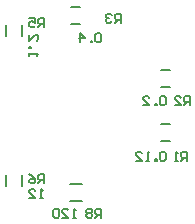
<source format=gbo>
G04 Layer_Color=32896*
%FSLAX24Y24*%
%MOIN*%
G70*
G01*
G75*
%ADD29C,0.0050*%
%ADD30C,0.0079*%
D29*
X3650Y1650D02*
Y1950D01*
X3500D01*
X3450Y1900D01*
Y1800D01*
X3500Y1750D01*
X3650D01*
X3550D02*
X3450Y1650D01*
X3350Y1900D02*
X3300Y1950D01*
X3200D01*
X3150Y1900D01*
Y1850D01*
X3200Y1800D01*
X3150Y1750D01*
Y1700D01*
X3200Y1650D01*
X3300D01*
X3350Y1700D01*
Y1750D01*
X3300Y1800D01*
X3350Y1850D01*
Y1900D01*
X3300Y1800D02*
X3200D01*
X1750Y2800D02*
Y3100D01*
X1600D01*
X1550Y3050D01*
Y2950D01*
X1600Y2900D01*
X1750D01*
X1650D02*
X1550Y2800D01*
X1250Y3100D02*
X1350Y3050D01*
X1450Y2950D01*
Y2850D01*
X1400Y2800D01*
X1300D01*
X1250Y2850D01*
Y2900D01*
X1300Y2950D01*
X1450D01*
X1750Y8000D02*
Y8300D01*
X1600D01*
X1550Y8250D01*
Y8150D01*
X1600Y8100D01*
X1750D01*
X1650D02*
X1550Y8000D01*
X1250Y8300D02*
X1450D01*
Y8150D01*
X1350Y8200D01*
X1300D01*
X1250Y8150D01*
Y8050D01*
X1300Y8000D01*
X1400D01*
X1450Y8050D01*
X4300Y8150D02*
Y8450D01*
X4150D01*
X4100Y8400D01*
Y8300D01*
X4150Y8250D01*
X4300D01*
X4200D02*
X4100Y8150D01*
X4000Y8400D02*
X3950Y8450D01*
X3850D01*
X3800Y8400D01*
Y8350D01*
X3850Y8300D01*
X3900D01*
X3850D01*
X3800Y8250D01*
Y8200D01*
X3850Y8150D01*
X3950D01*
X4000Y8200D01*
X6600Y5400D02*
Y5700D01*
X6450D01*
X6400Y5650D01*
Y5550D01*
X6450Y5500D01*
X6600D01*
X6500D02*
X6400Y5400D01*
X6100D02*
X6300D01*
X6100Y5600D01*
Y5650D01*
X6150Y5700D01*
X6250D01*
X6300Y5650D01*
X6500Y3550D02*
Y3850D01*
X6350D01*
X6300Y3800D01*
Y3700D01*
X6350Y3650D01*
X6500D01*
X6400D02*
X6300Y3550D01*
X6200D02*
X6100D01*
X6150D01*
Y3850D01*
X6200Y3800D01*
X5800D02*
X5750Y3850D01*
X5650D01*
X5600Y3800D01*
Y3600D01*
X5650Y3550D01*
X5750D01*
X5800Y3600D01*
Y3800D01*
X5500Y3550D02*
Y3600D01*
X5450D01*
Y3550D01*
X5500D01*
X5250D02*
X5150D01*
X5200D01*
Y3850D01*
X5250Y3800D01*
X4800Y3550D02*
X5000D01*
X4800Y3750D01*
Y3800D01*
X4850Y3850D01*
X4950D01*
X5000Y3800D01*
X5800Y5650D02*
X5750Y5700D01*
X5650D01*
X5600Y5650D01*
Y5450D01*
X5650Y5400D01*
X5750D01*
X5800Y5450D01*
Y5650D01*
X5500Y5400D02*
Y5450D01*
X5450D01*
Y5400D01*
X5500D01*
X5050D02*
X5250D01*
X5050Y5600D01*
Y5650D01*
X5100Y5700D01*
X5200D01*
X5250Y5650D01*
X3650Y7750D02*
X3600Y7800D01*
X3500D01*
X3450Y7750D01*
Y7550D01*
X3500Y7500D01*
X3600D01*
X3650Y7550D01*
Y7750D01*
X3350Y7500D02*
Y7550D01*
X3300D01*
Y7500D01*
X3350D01*
X2950D02*
Y7800D01*
X3100Y7650D01*
X2900D01*
X1250Y7050D02*
Y7150D01*
Y7100D01*
X1550D01*
X1500Y7050D01*
X1250Y7300D02*
X1300D01*
Y7350D01*
X1250D01*
Y7300D01*
Y7750D02*
Y7550D01*
X1450Y7750D01*
X1500D01*
X1550Y7700D01*
Y7600D01*
X1500Y7550D01*
X1700Y2300D02*
X1600D01*
X1650D01*
Y2600D01*
X1700Y2550D01*
X1250Y2300D02*
X1450D01*
X1250Y2500D01*
Y2550D01*
X1300Y2600D01*
X1400D01*
X1450Y2550D01*
X2800Y1650D02*
X2700D01*
X2750D01*
Y1950D01*
X2800Y1900D01*
X2350Y1650D02*
X2550D01*
X2350Y1850D01*
Y1900D01*
X2400Y1950D01*
X2500D01*
X2550Y1900D01*
X2250D02*
X2200Y1950D01*
X2100D01*
X2050Y1900D01*
Y1700D01*
X2100Y1650D01*
X2200D01*
X2250Y1700D01*
Y1900D01*
D30*
X5643Y4795D02*
X5957D01*
X5643Y4205D02*
X5957D01*
X2603Y2776D02*
X2997D01*
X2603Y2224D02*
X2997D01*
X1026Y2703D02*
Y3097D01*
X474Y2703D02*
Y3097D01*
X2643Y8695D02*
X2957D01*
X2643Y8105D02*
X2957D01*
X474Y7703D02*
Y8097D01*
X1026Y7703D02*
Y8097D01*
X5643Y6595D02*
X5957D01*
X5643Y6005D02*
X5957D01*
M02*

</source>
